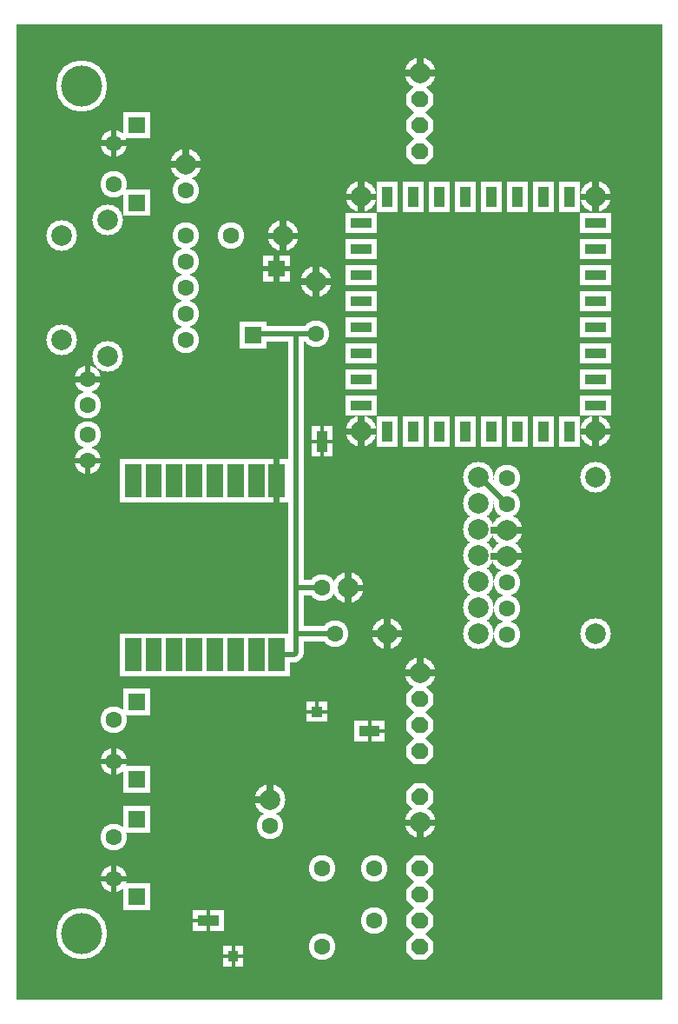
<source format=gbr>
%FSLAX34Y34*%
%MOMM*%
%LNSILK_TOP*%
G71*
G01*
%ADD10C, 2.60*%
%ADD11C, 2.60*%
%ADD12C, 2.60*%
%ADD13C, 2.60*%
%ADD14C, 3.00*%
%ADD15C, 5.00*%
%ADD16C, 1.50*%
%ADD17C, 3.00*%
%ADD18C, 0.53*%
%ADD19C, 0.33*%
%ADD20C, 0.67*%
%ADD21C, 1.60*%
%ADD22C, 1.60*%
%ADD23C, 1.60*%
%ADD24C, 1.60*%
%ADD25C, 2.00*%
%ADD26C, 4.00*%
%ADD27C, 0.50*%
%ADD28C, 2.00*%
%LPD*%
G36*
X0Y1000000D02*
X630000Y1000000D01*
X630000Y50000D01*
X0Y50000D01*
X0Y1000000D01*
G37*
%LPC*%
G36*
X101300Y576625D02*
X127300Y576625D01*
X127300Y534625D01*
X101300Y534625D01*
X101300Y576625D01*
G37*
G36*
X121144Y576625D02*
X147144Y576625D01*
X147144Y534625D01*
X121144Y534625D01*
X121144Y576625D01*
G37*
G36*
X140988Y576625D02*
X166988Y576625D01*
X166988Y534625D01*
X140988Y534625D01*
X140988Y576625D01*
G37*
G36*
X160831Y576625D02*
X186831Y576625D01*
X186831Y534625D01*
X160831Y534625D01*
X160831Y576625D01*
G37*
G36*
X180675Y576625D02*
X206675Y576625D01*
X206675Y534625D01*
X180675Y534625D01*
X180675Y576625D01*
G37*
G36*
X201312Y576625D02*
X227312Y576625D01*
X227312Y534625D01*
X201312Y534625D01*
X201312Y576625D01*
G37*
G36*
X221156Y576625D02*
X247156Y576625D01*
X247156Y534625D01*
X221156Y534625D01*
X221156Y576625D01*
G37*
G36*
X241000Y576625D02*
X267000Y576625D01*
X267000Y534625D01*
X241000Y534625D01*
X241000Y576625D01*
G37*
G36*
X101300Y406762D02*
X127300Y406762D01*
X127300Y364762D01*
X101300Y364762D01*
X101300Y406762D01*
G37*
G36*
X121144Y406762D02*
X147144Y406762D01*
X147144Y364762D01*
X121144Y364762D01*
X121144Y406762D01*
G37*
G36*
X140988Y406762D02*
X166988Y406762D01*
X166988Y364762D01*
X140988Y364762D01*
X140988Y406762D01*
G37*
G36*
X160831Y406762D02*
X186831Y406762D01*
X186831Y364762D01*
X160831Y364762D01*
X160831Y406762D01*
G37*
G36*
X180675Y406762D02*
X206675Y406762D01*
X206675Y364762D01*
X180675Y364762D01*
X180675Y406762D01*
G37*
G36*
X201312Y406762D02*
X227312Y406762D01*
X227312Y364762D01*
X201312Y364762D01*
X201312Y406762D01*
G37*
G36*
X221156Y406762D02*
X247156Y406762D01*
X247156Y364762D01*
X221156Y364762D01*
X221156Y406762D01*
G37*
G36*
X241000Y406762D02*
X267000Y406762D01*
X267000Y364762D01*
X241000Y364762D01*
X241000Y406762D01*
G37*
G36*
X104475Y352725D02*
X130475Y352725D01*
X130475Y326725D01*
X104475Y326725D01*
X104475Y352725D01*
G37*
G36*
X104475Y277319D02*
X130475Y277319D01*
X130475Y251319D01*
X104475Y251319D01*
X104475Y277319D01*
G37*
X95250Y281781D02*
G54D10*
D03*
X95250Y322262D02*
G54D10*
D03*
G36*
X104475Y238425D02*
X130475Y238425D01*
X130475Y212425D01*
X104475Y212425D01*
X104475Y238425D01*
G37*
G36*
X104475Y163019D02*
X130475Y163019D01*
X130475Y137019D01*
X104475Y137019D01*
X104475Y163019D01*
G37*
X95250Y167481D02*
G54D10*
D03*
X95250Y207962D02*
G54D10*
D03*
G36*
X104475Y914700D02*
X130475Y914700D01*
X130475Y888700D01*
X104475Y888700D01*
X104475Y914700D01*
G37*
G36*
X104475Y839294D02*
X130475Y839294D01*
X130475Y813294D01*
X104475Y813294D01*
X104475Y839294D01*
G37*
X95250Y843756D02*
G54D10*
D03*
X95250Y884238D02*
G54D10*
D03*
X165100Y793750D02*
G54D11*
D03*
X165100Y768350D02*
G54D11*
D03*
X165100Y742950D02*
G54D11*
D03*
X165100Y717550D02*
G54D11*
D03*
X165100Y692150D02*
G54D11*
D03*
X95245Y167485D02*
G54D10*
D03*
X95245Y281785D02*
G54D10*
D03*
X95245Y884240D02*
G54D10*
D03*
X478532Y558267D02*
G54D12*
D03*
X478532Y532867D02*
G54D12*
D03*
X478532Y507467D02*
G54D12*
D03*
X478532Y482067D02*
G54D12*
D03*
X478532Y456667D02*
G54D12*
D03*
X478532Y431267D02*
G54D12*
D03*
X478532Y405867D02*
G54D12*
D03*
G36*
X406700Y947105D02*
X399095Y939500D01*
X388305Y939500D01*
X380700Y947105D01*
X380700Y957895D01*
X388305Y965500D01*
X399095Y965500D01*
X406700Y957895D01*
X406700Y947105D01*
G37*
G36*
X406700Y921705D02*
X399095Y914100D01*
X388305Y914100D01*
X380700Y921705D01*
X380700Y932495D01*
X388305Y940100D01*
X399095Y940100D01*
X406700Y932495D01*
X406700Y921705D01*
G37*
G36*
X406700Y896305D02*
X399095Y888700D01*
X388305Y888700D01*
X380700Y896305D01*
X380700Y907095D01*
X388305Y914700D01*
X399095Y914700D01*
X406700Y907095D01*
X406700Y896305D01*
G37*
G36*
X406700Y870905D02*
X399095Y863300D01*
X388305Y863300D01*
X380700Y870905D01*
X380700Y881695D01*
X388305Y889300D01*
X399095Y889300D01*
X406700Y881695D01*
X406700Y870905D01*
G37*
G36*
X406700Y172405D02*
X399095Y164800D01*
X388305Y164800D01*
X380700Y172405D01*
X380700Y183195D01*
X388305Y190800D01*
X399095Y190800D01*
X406700Y183195D01*
X406700Y172405D01*
G37*
G36*
X406700Y147005D02*
X399095Y139400D01*
X388305Y139400D01*
X380700Y147005D01*
X380700Y157795D01*
X388305Y165400D01*
X399095Y165400D01*
X406700Y157795D01*
X406700Y147005D01*
G37*
G36*
X406700Y121605D02*
X399095Y114000D01*
X388305Y114000D01*
X380700Y121605D01*
X380700Y132395D01*
X388305Y140000D01*
X399095Y140000D01*
X406700Y132395D01*
X406700Y121605D01*
G37*
G36*
X406700Y96205D02*
X399095Y88600D01*
X388305Y88600D01*
X380700Y96205D01*
X380700Y106995D01*
X388305Y114600D01*
X399095Y114600D01*
X406700Y106995D01*
X406700Y96205D01*
G37*
G36*
X406700Y242255D02*
X399095Y234650D01*
X388305Y234650D01*
X380700Y242255D01*
X380700Y253045D01*
X388305Y260650D01*
X399095Y260650D01*
X406700Y253045D01*
X406700Y242255D01*
G37*
G36*
X406700Y216855D02*
X399095Y209250D01*
X388305Y209250D01*
X380700Y216855D01*
X380700Y227645D01*
X388305Y235250D01*
X399095Y235250D01*
X406700Y227645D01*
X406700Y216855D01*
G37*
X165100Y863600D02*
G54D13*
D03*
X165100Y838200D02*
G54D13*
D03*
X260350Y793750D02*
G54D12*
D03*
X209550Y793750D02*
G54D12*
D03*
X323850Y450850D02*
G54D13*
D03*
X298450Y450850D02*
G54D13*
D03*
X361950Y406400D02*
G54D12*
D03*
X311150Y406400D02*
G54D12*
D03*
X298450Y101600D02*
G54D13*
D03*
X349250Y127000D02*
G54D13*
D03*
X349250Y177800D02*
G54D13*
D03*
X298450Y177800D02*
G54D13*
D03*
X69850Y628650D02*
G54D11*
D03*
X69850Y654050D02*
G54D11*
D03*
X69850Y600075D02*
G54D11*
D03*
X69850Y574675D02*
G54D11*
D03*
G36*
X241000Y576630D02*
X267000Y576630D01*
X267000Y534630D01*
X241000Y534630D01*
X241000Y576630D01*
G37*
G36*
X288450Y608725D02*
X308450Y608725D01*
X308450Y578725D01*
X288450Y578725D01*
X288450Y608725D01*
G37*
X69850Y654050D02*
G54D13*
D03*
X69850Y574675D02*
G54D11*
D03*
G36*
X241000Y775000D02*
X267000Y775000D01*
X267000Y749000D01*
X241000Y749000D01*
X241000Y775000D01*
G37*
X361950Y406400D02*
G54D14*
D03*
X165095Y863600D02*
G54D14*
D03*
X260350Y793750D02*
G54D14*
D03*
X323855Y450855D02*
G54D14*
D03*
X88900Y809625D02*
G54D14*
D03*
X88900Y676275D02*
G54D14*
D03*
X44425Y793750D02*
G54D14*
D03*
X44450Y692150D02*
G54D14*
D03*
X478532Y507467D02*
G54D14*
D03*
X478532Y482067D02*
G54D14*
D03*
G36*
X221604Y82389D02*
X201604Y82389D01*
X201604Y102389D01*
X221604Y102389D01*
X221604Y82389D01*
G37*
G36*
X283498Y320476D02*
X283498Y340476D01*
X303498Y340476D01*
X303498Y320476D01*
X283498Y320476D01*
G37*
X63500Y939800D02*
G54D15*
D03*
G36*
X406700Y362905D02*
X399095Y355300D01*
X388305Y355300D01*
X380700Y362905D01*
X380700Y373695D01*
X388305Y381300D01*
X399095Y381300D01*
X406700Y373695D01*
X406700Y362905D01*
G37*
G36*
X406700Y337505D02*
X399095Y329900D01*
X388305Y329900D01*
X380700Y337505D01*
X380700Y348295D01*
X388305Y355900D01*
X399095Y355900D01*
X406700Y348295D01*
X406700Y337505D01*
G37*
G36*
X406700Y312105D02*
X399095Y304500D01*
X388305Y304500D01*
X380700Y312105D01*
X380700Y322895D01*
X388305Y330500D01*
X399095Y330500D01*
X406700Y322895D01*
X406700Y312105D01*
G37*
G36*
X406700Y286705D02*
X399095Y279100D01*
X388305Y279100D01*
X380700Y286705D01*
X380700Y297495D01*
X388305Y305100D01*
X399095Y305100D01*
X406700Y297495D01*
X406700Y286705D01*
G37*
X336550Y831850D02*
G54D14*
D03*
X565150Y831850D02*
G54D14*
D03*
X565150Y603250D02*
G54D14*
D03*
X336550Y603250D02*
G54D14*
D03*
X292100Y749300D02*
G54D12*
D03*
X292100Y698500D02*
G54D12*
D03*
G54D16*
X298450Y450850D02*
X273050Y450850D01*
X292100Y749300D02*
G54D14*
D03*
X450850Y558800D02*
G54D14*
D03*
X450850Y533400D02*
G54D14*
D03*
X450850Y508000D02*
G54D14*
D03*
X450850Y482600D02*
G54D14*
D03*
X450850Y457200D02*
G54D14*
D03*
X450850Y431800D02*
G54D14*
D03*
X450850Y406400D02*
G54D14*
D03*
G54D16*
X450850Y558800D02*
X452599Y558800D01*
X478532Y532867D01*
G36*
X321550Y816450D02*
X351550Y816450D01*
X351550Y796450D01*
X321550Y796450D01*
X321550Y816450D01*
G37*
G36*
X321550Y791050D02*
X351550Y791050D01*
X351550Y771050D01*
X321550Y771050D01*
X321550Y791050D01*
G37*
G36*
X321550Y765650D02*
X351550Y765650D01*
X351550Y745650D01*
X321550Y745650D01*
X321550Y765650D01*
G37*
G36*
X321550Y740250D02*
X351550Y740250D01*
X351550Y720250D01*
X321550Y720250D01*
X321550Y740250D01*
G37*
G36*
X321550Y714850D02*
X351550Y714850D01*
X351550Y694850D01*
X321550Y694850D01*
X321550Y714850D01*
G37*
G36*
X321550Y689450D02*
X351550Y689450D01*
X351550Y669450D01*
X321550Y669450D01*
X321550Y689450D01*
G37*
G36*
X321550Y664050D02*
X351550Y664050D01*
X351550Y644050D01*
X321550Y644050D01*
X321550Y664050D01*
G37*
G36*
X321550Y638650D02*
X351550Y638650D01*
X351550Y618650D01*
X321550Y618650D01*
X321550Y638650D01*
G37*
G36*
X550150Y816450D02*
X580150Y816450D01*
X580150Y796450D01*
X550150Y796450D01*
X550150Y816450D01*
G37*
G36*
X550150Y791050D02*
X580150Y791050D01*
X580150Y771050D01*
X550150Y771050D01*
X550150Y791050D01*
G37*
G36*
X550150Y765650D02*
X580150Y765650D01*
X580150Y745650D01*
X550150Y745650D01*
X550150Y765650D01*
G37*
G36*
X550150Y740250D02*
X580150Y740250D01*
X580150Y720250D01*
X550150Y720250D01*
X550150Y740250D01*
G37*
G36*
X550150Y714850D02*
X580150Y714850D01*
X580150Y694850D01*
X550150Y694850D01*
X550150Y714850D01*
G37*
G36*
X550150Y689450D02*
X580150Y689450D01*
X580150Y669450D01*
X550150Y669450D01*
X550150Y689450D01*
G37*
G36*
X550150Y664050D02*
X580150Y664050D01*
X580150Y644050D01*
X550150Y644050D01*
X550150Y664050D01*
G37*
G36*
X550150Y638650D02*
X580150Y638650D01*
X580150Y618650D01*
X550150Y618650D01*
X550150Y638650D01*
G37*
G36*
X351950Y618250D02*
X371950Y618250D01*
X371950Y588250D01*
X351950Y588250D01*
X351950Y618250D01*
G37*
G36*
X377350Y618250D02*
X397350Y618250D01*
X397350Y588250D01*
X377350Y588250D01*
X377350Y618250D01*
G37*
G36*
X402750Y618250D02*
X422750Y618250D01*
X422750Y588250D01*
X402750Y588250D01*
X402750Y618250D01*
G37*
G36*
X428150Y618250D02*
X448150Y618250D01*
X448150Y588250D01*
X428150Y588250D01*
X428150Y618250D01*
G37*
G36*
X453550Y618250D02*
X473550Y618250D01*
X473550Y588250D01*
X453550Y588250D01*
X453550Y618250D01*
G37*
G36*
X478950Y618250D02*
X498950Y618250D01*
X498950Y588250D01*
X478950Y588250D01*
X478950Y618250D01*
G37*
G36*
X504350Y618250D02*
X524350Y618250D01*
X524350Y588250D01*
X504350Y588250D01*
X504350Y618250D01*
G37*
G36*
X529750Y618250D02*
X549750Y618250D01*
X549750Y588250D01*
X529750Y588250D01*
X529750Y618250D01*
G37*
G36*
X351950Y846850D02*
X371950Y846850D01*
X371950Y816850D01*
X351950Y816850D01*
X351950Y846850D01*
G37*
G36*
X377350Y846850D02*
X397350Y846850D01*
X397350Y816850D01*
X377350Y816850D01*
X377350Y846850D01*
G37*
G36*
X402750Y846850D02*
X422750Y846850D01*
X422750Y816850D01*
X402750Y816850D01*
X402750Y846850D01*
G37*
G36*
X428150Y846850D02*
X448150Y846850D01*
X448150Y816850D01*
X428150Y816850D01*
X428150Y846850D01*
G37*
G36*
X453550Y846850D02*
X473550Y846850D01*
X473550Y816850D01*
X453550Y816850D01*
X453550Y846850D01*
G37*
G36*
X478950Y846850D02*
X498950Y846850D01*
X498950Y816850D01*
X478950Y816850D01*
X478950Y846850D01*
G37*
G36*
X504350Y846850D02*
X524350Y846850D01*
X524350Y816850D01*
X504350Y816850D01*
X504350Y846850D01*
G37*
G36*
X529750Y846850D02*
X549750Y846850D01*
X549750Y816850D01*
X529750Y816850D01*
X529750Y846850D01*
G37*
X393700Y952500D02*
G54D14*
D03*
X393700Y368300D02*
G54D14*
D03*
G36*
X329535Y321640D02*
X359535Y321640D01*
X359535Y301640D01*
X329535Y301640D01*
X329535Y321640D01*
G37*
X393700Y222250D02*
G54D17*
D03*
G36*
X172325Y137000D02*
X202325Y137000D01*
X202325Y117000D01*
X172325Y117000D01*
X172325Y137000D01*
G37*
G54D16*
X254000Y385762D02*
X271462Y385762D01*
X273050Y387350D01*
X273050Y698500D01*
X235675Y698500D01*
G54D16*
X311150Y406400D02*
X273050Y406400D01*
X63500Y114300D02*
G54D15*
D03*
X247650Y244475D02*
G54D13*
D03*
X247650Y219075D02*
G54D13*
D03*
X247650Y244475D02*
G54D14*
D03*
G36*
X218000Y710000D02*
X244000Y710000D01*
X244000Y684000D01*
X218000Y684000D01*
X218000Y710000D01*
G37*
G54D16*
X292100Y698500D02*
X273050Y698500D01*
X565150Y558800D02*
G54D17*
D03*
X565150Y406400D02*
G54D17*
D03*
%LPD*%
G54D18*
G36*
X92578Y167485D02*
X92578Y180985D01*
X97912Y180985D01*
X97912Y167485D01*
X92578Y167485D01*
G37*
G36*
X95245Y170152D02*
X108745Y170152D01*
X108745Y164818D01*
X95245Y164818D01*
X95245Y170152D01*
G37*
G36*
X97912Y167485D02*
X97912Y153985D01*
X92578Y153985D01*
X92578Y167485D01*
X97912Y167485D01*
G37*
G36*
X95245Y164818D02*
X81745Y164818D01*
X81745Y170152D01*
X95245Y170152D01*
X95245Y164818D01*
G37*
G54D18*
G36*
X92578Y281785D02*
X92578Y295285D01*
X97912Y295285D01*
X97912Y281785D01*
X92578Y281785D01*
G37*
G36*
X95245Y284452D02*
X108745Y284452D01*
X108745Y279118D01*
X95245Y279118D01*
X95245Y284452D01*
G37*
G36*
X97912Y281785D02*
X97912Y268285D01*
X92578Y268285D01*
X92578Y281785D01*
X97912Y281785D01*
G37*
G36*
X95245Y279118D02*
X81745Y279118D01*
X81745Y284452D01*
X95245Y284452D01*
X95245Y279118D01*
G37*
G54D18*
G36*
X92578Y884240D02*
X92578Y897740D01*
X97912Y897740D01*
X97912Y884240D01*
X92578Y884240D01*
G37*
G36*
X95245Y886907D02*
X108745Y886907D01*
X108745Y881573D01*
X95245Y881573D01*
X95245Y886907D01*
G37*
G36*
X97912Y884240D02*
X97912Y870740D01*
X92578Y870740D01*
X92578Y884240D01*
X97912Y884240D01*
G37*
G36*
X95245Y881573D02*
X81745Y881573D01*
X81745Y886907D01*
X95245Y886907D01*
X95245Y881573D01*
G37*
G54D18*
G36*
X251333Y555630D02*
X251333Y577130D01*
X256667Y577130D01*
X256667Y555630D01*
X251333Y555630D01*
G37*
G36*
X256667Y555630D02*
X256667Y534130D01*
X251333Y534130D01*
X251333Y555630D01*
X256667Y555630D01*
G37*
G54D19*
G36*
X296783Y593725D02*
X296783Y609225D01*
X300117Y609225D01*
X300117Y593725D01*
X296783Y593725D01*
G37*
G36*
X298450Y595392D02*
X308950Y595392D01*
X308950Y592058D01*
X298450Y592058D01*
X298450Y595392D01*
G37*
G36*
X300117Y593725D02*
X300117Y578225D01*
X296783Y578225D01*
X296783Y593725D01*
X300117Y593725D01*
G37*
G36*
X298450Y592058D02*
X287950Y592058D01*
X287950Y595392D01*
X298450Y595392D01*
X298450Y592058D01*
G37*
G54D18*
G36*
X67183Y654050D02*
X67183Y667550D01*
X72517Y667550D01*
X72517Y654050D01*
X67183Y654050D01*
G37*
G36*
X69850Y656717D02*
X83350Y656717D01*
X83350Y651383D01*
X69850Y651383D01*
X69850Y656717D01*
G37*
G36*
X69850Y651383D02*
X56350Y651383D01*
X56350Y656717D01*
X69850Y656717D01*
X69850Y651383D01*
G37*
G54D18*
G36*
X69850Y577342D02*
X83350Y577342D01*
X83350Y572008D01*
X69850Y572008D01*
X69850Y577342D01*
G37*
G36*
X72517Y574675D02*
X72517Y561175D01*
X67183Y561175D01*
X67183Y574675D01*
X72517Y574675D01*
G37*
G36*
X69850Y572008D02*
X56350Y572008D01*
X56350Y577342D01*
X69850Y577342D01*
X69850Y572008D01*
G37*
G54D18*
G36*
X251333Y762000D02*
X251333Y775500D01*
X256667Y775500D01*
X256667Y762000D01*
X251333Y762000D01*
G37*
G36*
X254000Y764667D02*
X267500Y764667D01*
X267500Y759333D01*
X254000Y759333D01*
X254000Y764667D01*
G37*
G36*
X256667Y762000D02*
X256667Y748500D01*
X251333Y748500D01*
X251333Y762000D01*
X256667Y762000D01*
G37*
G36*
X254000Y759333D02*
X240500Y759333D01*
X240500Y764667D01*
X254000Y764667D01*
X254000Y759333D01*
G37*
G54D20*
G36*
X361950Y403067D02*
X346450Y403067D01*
X346450Y409733D01*
X361950Y409733D01*
X361950Y403067D01*
G37*
G36*
X358617Y406400D02*
X358617Y421900D01*
X365283Y421900D01*
X365283Y406400D01*
X358617Y406400D01*
G37*
G36*
X361950Y409733D02*
X377450Y409733D01*
X377450Y403067D01*
X361950Y403067D01*
X361950Y409733D01*
G37*
G36*
X365283Y406400D02*
X365283Y390900D01*
X358617Y390900D01*
X358617Y406400D01*
X365283Y406400D01*
G37*
G54D20*
G36*
X161762Y863600D02*
X161762Y879100D01*
X168428Y879100D01*
X168428Y863600D01*
X161762Y863600D01*
G37*
G36*
X165095Y866933D02*
X180595Y866933D01*
X180595Y860267D01*
X165095Y860267D01*
X165095Y866933D01*
G37*
G36*
X165095Y860267D02*
X149595Y860267D01*
X149595Y866933D01*
X165095Y866933D01*
X165095Y860267D01*
G37*
G54D20*
G36*
X260350Y797083D02*
X275850Y797083D01*
X275850Y790417D01*
X260350Y790417D01*
X260350Y797083D01*
G37*
G36*
X263683Y793750D02*
X263683Y778250D01*
X257017Y778250D01*
X257017Y793750D01*
X263683Y793750D01*
G37*
G36*
X260350Y790417D02*
X244850Y790417D01*
X244850Y797083D01*
X260350Y797083D01*
X260350Y790417D01*
G37*
G36*
X257017Y793750D02*
X257017Y809250D01*
X263683Y809250D01*
X263683Y793750D01*
X257017Y793750D01*
G37*
G54D20*
G36*
X320522Y450855D02*
X320522Y466355D01*
X327188Y466355D01*
X327188Y450855D01*
X320522Y450855D01*
G37*
G36*
X323855Y454188D02*
X339355Y454188D01*
X339355Y447522D01*
X323855Y447522D01*
X323855Y454188D01*
G37*
G36*
X327188Y450855D02*
X327188Y435355D01*
X320522Y435355D01*
X320522Y450855D01*
X327188Y450855D01*
G37*
G54D20*
G36*
X478532Y504134D02*
X463032Y504134D01*
X463032Y510800D01*
X478532Y510800D01*
X478532Y504134D01*
G37*
G36*
X478532Y510800D02*
X494032Y510800D01*
X494032Y504134D01*
X478532Y504134D01*
X478532Y510800D01*
G37*
G54D20*
G36*
X478532Y478734D02*
X463032Y478734D01*
X463032Y485400D01*
X478532Y485400D01*
X478532Y478734D01*
G37*
G36*
X478532Y485400D02*
X494032Y485400D01*
X494032Y478734D01*
X478532Y478734D01*
X478532Y485400D01*
G37*
G54D19*
G36*
X213271Y92389D02*
X213271Y81889D01*
X209938Y81889D01*
X209938Y92389D01*
X213271Y92389D01*
G37*
G36*
X211604Y90723D02*
X201104Y90723D01*
X201104Y94056D01*
X211604Y94056D01*
X211604Y90723D01*
G37*
G36*
X209938Y92389D02*
X209938Y102889D01*
X213271Y102889D01*
X213271Y92389D01*
X209938Y92389D01*
G37*
G36*
X211604Y94056D02*
X222104Y94056D01*
X222104Y90723D01*
X211604Y90723D01*
X211604Y94056D01*
G37*
G54D19*
G36*
X293498Y328809D02*
X282998Y328809D01*
X282998Y332143D01*
X293498Y332143D01*
X293498Y328809D01*
G37*
G36*
X291832Y330476D02*
X291832Y340976D01*
X295165Y340976D01*
X295165Y330476D01*
X291832Y330476D01*
G37*
G36*
X293498Y332143D02*
X303998Y332143D01*
X303998Y328809D01*
X293498Y328809D01*
X293498Y332143D01*
G37*
G54D20*
G36*
X333217Y831850D02*
X333217Y847350D01*
X339883Y847350D01*
X339883Y831850D01*
X333217Y831850D01*
G37*
G36*
X336550Y835183D02*
X352050Y835183D01*
X352050Y828517D01*
X336550Y828517D01*
X336550Y835183D01*
G37*
G36*
X339883Y831850D02*
X339883Y816350D01*
X333217Y816350D01*
X333217Y831850D01*
X339883Y831850D01*
G37*
G36*
X336550Y828517D02*
X321050Y828517D01*
X321050Y835183D01*
X336550Y835183D01*
X336550Y828517D01*
G37*
G54D20*
G36*
X561817Y831850D02*
X561817Y847350D01*
X568483Y847350D01*
X568483Y831850D01*
X561817Y831850D01*
G37*
G36*
X565150Y835183D02*
X580650Y835183D01*
X580650Y828517D01*
X565150Y828517D01*
X565150Y835183D01*
G37*
G36*
X568483Y831850D02*
X568483Y816350D01*
X561817Y816350D01*
X561817Y831850D01*
X568483Y831850D01*
G37*
G36*
X565150Y828517D02*
X549650Y828517D01*
X549650Y835183D01*
X565150Y835183D01*
X565150Y828517D01*
G37*
G54D20*
G36*
X561817Y603250D02*
X561817Y618750D01*
X568483Y618750D01*
X568483Y603250D01*
X561817Y603250D01*
G37*
G36*
X565150Y606583D02*
X580650Y606583D01*
X580650Y599917D01*
X565150Y599917D01*
X565150Y606583D01*
G37*
G36*
X568483Y603250D02*
X568483Y587750D01*
X561817Y587750D01*
X561817Y603250D01*
X568483Y603250D01*
G37*
G36*
X565150Y599917D02*
X549650Y599917D01*
X549650Y606583D01*
X565150Y606583D01*
X565150Y599917D01*
G37*
G54D20*
G36*
X333217Y603250D02*
X333217Y618750D01*
X339883Y618750D01*
X339883Y603250D01*
X333217Y603250D01*
G37*
G36*
X336550Y606583D02*
X352050Y606583D01*
X352050Y599917D01*
X336550Y599917D01*
X336550Y606583D01*
G37*
G36*
X339883Y603250D02*
X339883Y587750D01*
X333217Y587750D01*
X333217Y603250D01*
X339883Y603250D01*
G37*
G36*
X336550Y599917D02*
X321050Y599917D01*
X321050Y606583D01*
X336550Y606583D01*
X336550Y599917D01*
G37*
G54D20*
G36*
X288767Y749300D02*
X288767Y764800D01*
X295433Y764800D01*
X295433Y749300D01*
X288767Y749300D01*
G37*
G36*
X292100Y752633D02*
X307600Y752633D01*
X307600Y745967D01*
X292100Y745967D01*
X292100Y752633D01*
G37*
G36*
X295433Y749300D02*
X295433Y733800D01*
X288767Y733800D01*
X288767Y749300D01*
X295433Y749300D01*
G37*
G36*
X292100Y745967D02*
X276600Y745967D01*
X276600Y752633D01*
X292100Y752633D01*
X292100Y745967D01*
G37*
G54D20*
G36*
X390367Y952500D02*
X390367Y968000D01*
X397033Y968000D01*
X397033Y952500D01*
X390367Y952500D01*
G37*
G36*
X393700Y955833D02*
X409200Y955833D01*
X409200Y949167D01*
X393700Y949167D01*
X393700Y955833D01*
G37*
G36*
X393700Y949167D02*
X378200Y949167D01*
X378200Y955833D01*
X393700Y955833D01*
X393700Y949167D01*
G37*
G54D20*
G36*
X390367Y368300D02*
X390367Y383800D01*
X397033Y383800D01*
X397033Y368300D01*
X390367Y368300D01*
G37*
G36*
X393700Y371633D02*
X409200Y371633D01*
X409200Y364967D01*
X393700Y364967D01*
X393700Y371633D01*
G37*
G36*
X393700Y364967D02*
X378200Y364967D01*
X378200Y371633D01*
X393700Y371633D01*
X393700Y364967D01*
G37*
G54D19*
G36*
X342868Y311640D02*
X342868Y322140D01*
X346202Y322140D01*
X346202Y311640D01*
X342868Y311640D01*
G37*
G36*
X344535Y313307D02*
X360035Y313307D01*
X360035Y309973D01*
X344535Y309973D01*
X344535Y313307D01*
G37*
G36*
X346202Y311640D02*
X346202Y301140D01*
X342868Y301140D01*
X342868Y311640D01*
X346202Y311640D01*
G37*
G54D20*
G36*
X393700Y225583D02*
X409200Y225583D01*
X409200Y218917D01*
X393700Y218917D01*
X393700Y225583D01*
G37*
G36*
X397033Y222250D02*
X397033Y206750D01*
X390367Y206750D01*
X390367Y222250D01*
X397033Y222250D01*
G37*
G36*
X393700Y218917D02*
X378200Y218917D01*
X378200Y225583D01*
X393700Y225583D01*
X393700Y218917D01*
G37*
G54D19*
G36*
X185658Y127000D02*
X185658Y137500D01*
X188992Y137500D01*
X188992Y127000D01*
X185658Y127000D01*
G37*
G36*
X188992Y127000D02*
X188992Y116500D01*
X185658Y116500D01*
X185658Y127000D01*
X188992Y127000D01*
G37*
G36*
X187325Y125333D02*
X171825Y125333D01*
X171825Y128667D01*
X187325Y128667D01*
X187325Y125333D01*
G37*
G54D20*
G36*
X247650Y241142D02*
X232150Y241142D01*
X232150Y247808D01*
X247650Y247808D01*
X247650Y241142D01*
G37*
G36*
X244317Y244475D02*
X244317Y259975D01*
X250983Y259975D01*
X250983Y244475D01*
X244317Y244475D01*
G37*
G36*
X106300Y571625D02*
X122300Y571625D01*
X122300Y539625D01*
X106300Y539625D01*
X106300Y571625D01*
G37*
G36*
X126144Y571625D02*
X142144Y571625D01*
X142144Y539625D01*
X126144Y539625D01*
X126144Y571625D01*
G37*
G36*
X145988Y571625D02*
X161988Y571625D01*
X161988Y539625D01*
X145988Y539625D01*
X145988Y571625D01*
G37*
G36*
X165831Y571625D02*
X181831Y571625D01*
X181831Y539625D01*
X165831Y539625D01*
X165831Y571625D01*
G37*
G36*
X185675Y571625D02*
X201675Y571625D01*
X201675Y539625D01*
X185675Y539625D01*
X185675Y571625D01*
G37*
G36*
X206312Y571625D02*
X222312Y571625D01*
X222312Y539625D01*
X206312Y539625D01*
X206312Y571625D01*
G37*
G36*
X226156Y571625D02*
X242156Y571625D01*
X242156Y539625D01*
X226156Y539625D01*
X226156Y571625D01*
G37*
G36*
X246000Y571625D02*
X262000Y571625D01*
X262000Y539625D01*
X246000Y539625D01*
X246000Y571625D01*
G37*
G36*
X106300Y401762D02*
X122300Y401762D01*
X122300Y369762D01*
X106300Y369762D01*
X106300Y401762D01*
G37*
G36*
X126144Y401762D02*
X142144Y401762D01*
X142144Y369762D01*
X126144Y369762D01*
X126144Y401762D01*
G37*
G36*
X145988Y401762D02*
X161988Y401762D01*
X161988Y369762D01*
X145988Y369762D01*
X145988Y401762D01*
G37*
G36*
X165831Y401762D02*
X181831Y401762D01*
X181831Y369762D01*
X165831Y369762D01*
X165831Y401762D01*
G37*
G36*
X185675Y401762D02*
X201675Y401762D01*
X201675Y369762D01*
X185675Y369762D01*
X185675Y401762D01*
G37*
G36*
X206312Y401762D02*
X222312Y401762D01*
X222312Y369762D01*
X206312Y369762D01*
X206312Y401762D01*
G37*
G36*
X226156Y401762D02*
X242156Y401762D01*
X242156Y369762D01*
X226156Y369762D01*
X226156Y401762D01*
G37*
G36*
X246000Y401762D02*
X262000Y401762D01*
X262000Y369762D01*
X246000Y369762D01*
X246000Y401762D01*
G37*
G36*
X109475Y347725D02*
X125475Y347725D01*
X125475Y331725D01*
X109475Y331725D01*
X109475Y347725D01*
G37*
G36*
X109475Y272319D02*
X125475Y272319D01*
X125475Y256319D01*
X109475Y256319D01*
X109475Y272319D01*
G37*
X95250Y281781D02*
G54D21*
D03*
X95250Y322262D02*
G54D21*
D03*
G36*
X109475Y233425D02*
X125475Y233425D01*
X125475Y217425D01*
X109475Y217425D01*
X109475Y233425D01*
G37*
G36*
X109475Y158019D02*
X125475Y158019D01*
X125475Y142019D01*
X109475Y142019D01*
X109475Y158019D01*
G37*
X95250Y167481D02*
G54D21*
D03*
X95250Y207962D02*
G54D21*
D03*
G36*
X109475Y909700D02*
X125475Y909700D01*
X125475Y893700D01*
X109475Y893700D01*
X109475Y909700D01*
G37*
G36*
X109475Y834294D02*
X125475Y834294D01*
X125475Y818294D01*
X109475Y818294D01*
X109475Y834294D01*
G37*
X95250Y843756D02*
G54D21*
D03*
X95250Y884238D02*
G54D21*
D03*
X165100Y793750D02*
G54D22*
D03*
X165100Y768350D02*
G54D22*
D03*
X165100Y742950D02*
G54D22*
D03*
X165100Y717550D02*
G54D22*
D03*
X165100Y692150D02*
G54D22*
D03*
X95245Y167485D02*
G54D21*
D03*
X95245Y281785D02*
G54D21*
D03*
X95245Y884240D02*
G54D21*
D03*
X478532Y558267D02*
G54D23*
D03*
X478532Y532867D02*
G54D23*
D03*
X478532Y507467D02*
G54D23*
D03*
X478532Y482067D02*
G54D23*
D03*
X478532Y456667D02*
G54D23*
D03*
X478532Y431267D02*
G54D23*
D03*
X478532Y405867D02*
G54D23*
D03*
G36*
X401700Y949180D02*
X397020Y944500D01*
X390380Y944500D01*
X385700Y949180D01*
X385700Y955820D01*
X390380Y960500D01*
X397020Y960500D01*
X401700Y955820D01*
X401700Y949180D01*
G37*
G36*
X401700Y923780D02*
X397020Y919100D01*
X390380Y919100D01*
X385700Y923780D01*
X385700Y930420D01*
X390380Y935100D01*
X397020Y935100D01*
X401700Y930420D01*
X401700Y923780D01*
G37*
G36*
X401700Y898380D02*
X397020Y893700D01*
X390380Y893700D01*
X385700Y898380D01*
X385700Y905020D01*
X390380Y909700D01*
X397020Y909700D01*
X401700Y905020D01*
X401700Y898380D01*
G37*
G36*
X401700Y872980D02*
X397020Y868300D01*
X390380Y868300D01*
X385700Y872980D01*
X385700Y879620D01*
X390380Y884300D01*
X397020Y884300D01*
X401700Y879620D01*
X401700Y872980D01*
G37*
G36*
X401700Y174480D02*
X397020Y169800D01*
X390380Y169800D01*
X385700Y174480D01*
X385700Y181120D01*
X390380Y185800D01*
X397020Y185800D01*
X401700Y181120D01*
X401700Y174480D01*
G37*
G36*
X401700Y149080D02*
X397020Y144400D01*
X390380Y144400D01*
X385700Y149080D01*
X385700Y155720D01*
X390380Y160400D01*
X397020Y160400D01*
X401700Y155720D01*
X401700Y149080D01*
G37*
G36*
X401700Y123680D02*
X397020Y119000D01*
X390380Y119000D01*
X385700Y123680D01*
X385700Y130320D01*
X390380Y135000D01*
X397020Y135000D01*
X401700Y130320D01*
X401700Y123680D01*
G37*
G36*
X401700Y98280D02*
X397020Y93600D01*
X390380Y93600D01*
X385700Y98280D01*
X385700Y104920D01*
X390380Y109600D01*
X397020Y109600D01*
X401700Y104920D01*
X401700Y98280D01*
G37*
G36*
X401700Y244330D02*
X397020Y239650D01*
X390380Y239650D01*
X385700Y244330D01*
X385700Y250970D01*
X390380Y255650D01*
X397020Y255650D01*
X401700Y250970D01*
X401700Y244330D01*
G37*
G36*
X401700Y218930D02*
X397020Y214250D01*
X390380Y214250D01*
X385700Y218930D01*
X385700Y225570D01*
X390380Y230250D01*
X397020Y230250D01*
X401700Y225570D01*
X401700Y218930D01*
G37*
X165100Y863600D02*
G54D24*
D03*
X165100Y838200D02*
G54D24*
D03*
X260350Y793750D02*
G54D23*
D03*
X209550Y793750D02*
G54D23*
D03*
X323850Y450850D02*
G54D24*
D03*
X298450Y450850D02*
G54D24*
D03*
X361950Y406400D02*
G54D23*
D03*
X311150Y406400D02*
G54D23*
D03*
X298450Y101600D02*
G54D24*
D03*
X349250Y127000D02*
G54D24*
D03*
X349250Y177800D02*
G54D24*
D03*
X298450Y177800D02*
G54D24*
D03*
X69850Y628650D02*
G54D22*
D03*
X69850Y654050D02*
G54D22*
D03*
X69850Y600075D02*
G54D22*
D03*
X69850Y574675D02*
G54D22*
D03*
G36*
X246000Y571630D02*
X262000Y571630D01*
X262000Y539630D01*
X246000Y539630D01*
X246000Y571630D01*
G37*
G36*
X293450Y603725D02*
X303450Y603725D01*
X303450Y583725D01*
X293450Y583725D01*
X293450Y603725D01*
G37*
X69850Y654050D02*
G54D24*
D03*
X69850Y574675D02*
G54D22*
D03*
G36*
X246000Y770000D02*
X262000Y770000D01*
X262000Y754000D01*
X246000Y754000D01*
X246000Y770000D01*
G37*
X361950Y406400D02*
G54D25*
D03*
X165095Y863600D02*
G54D25*
D03*
X260350Y793750D02*
G54D25*
D03*
X323855Y450855D02*
G54D25*
D03*
X88900Y809625D02*
G54D25*
D03*
X88900Y676275D02*
G54D25*
D03*
X44425Y793750D02*
G54D25*
D03*
X44450Y692150D02*
G54D25*
D03*
X478532Y507467D02*
G54D25*
D03*
X478532Y482067D02*
G54D25*
D03*
G36*
X216604Y87389D02*
X206604Y87389D01*
X206604Y97389D01*
X216604Y97389D01*
X216604Y87389D01*
G37*
G36*
X288498Y325476D02*
X288498Y335476D01*
X298498Y335476D01*
X298498Y325476D01*
X288498Y325476D01*
G37*
X63500Y939800D02*
G54D26*
D03*
G36*
X401700Y364980D02*
X397020Y360300D01*
X390380Y360300D01*
X385700Y364980D01*
X385700Y371620D01*
X390380Y376300D01*
X397020Y376300D01*
X401700Y371620D01*
X401700Y364980D01*
G37*
G36*
X401700Y339580D02*
X397020Y334900D01*
X390380Y334900D01*
X385700Y339580D01*
X385700Y346220D01*
X390380Y350900D01*
X397020Y350900D01*
X401700Y346220D01*
X401700Y339580D01*
G37*
G36*
X401700Y314180D02*
X397020Y309500D01*
X390380Y309500D01*
X385700Y314180D01*
X385700Y320820D01*
X390380Y325500D01*
X397020Y325500D01*
X401700Y320820D01*
X401700Y314180D01*
G37*
G36*
X401700Y288780D02*
X397020Y284100D01*
X390380Y284100D01*
X385700Y288780D01*
X385700Y295420D01*
X390380Y300100D01*
X397020Y300100D01*
X401700Y295420D01*
X401700Y288780D01*
G37*
X336550Y831850D02*
G54D25*
D03*
X565150Y831850D02*
G54D25*
D03*
X565150Y603250D02*
G54D25*
D03*
X336550Y603250D02*
G54D25*
D03*
X292100Y749300D02*
G54D23*
D03*
X292100Y698500D02*
G54D23*
D03*
G54D27*
X298450Y450850D02*
X273050Y450850D01*
X292100Y749300D02*
G54D25*
D03*
X450850Y558800D02*
G54D25*
D03*
X450850Y533400D02*
G54D25*
D03*
X450850Y508000D02*
G54D25*
D03*
X450850Y482600D02*
G54D25*
D03*
X450850Y457200D02*
G54D25*
D03*
X450850Y431800D02*
G54D25*
D03*
X450850Y406400D02*
G54D25*
D03*
G54D27*
X450850Y558800D02*
X452599Y558800D01*
X478532Y532867D01*
G36*
X326550Y811450D02*
X346550Y811450D01*
X346550Y801450D01*
X326550Y801450D01*
X326550Y811450D01*
G37*
G36*
X326550Y786050D02*
X346550Y786050D01*
X346550Y776050D01*
X326550Y776050D01*
X326550Y786050D01*
G37*
G36*
X326550Y760650D02*
X346550Y760650D01*
X346550Y750650D01*
X326550Y750650D01*
X326550Y760650D01*
G37*
G36*
X326550Y735250D02*
X346550Y735250D01*
X346550Y725250D01*
X326550Y725250D01*
X326550Y735250D01*
G37*
G36*
X326550Y709850D02*
X346550Y709850D01*
X346550Y699850D01*
X326550Y699850D01*
X326550Y709850D01*
G37*
G36*
X326550Y684450D02*
X346550Y684450D01*
X346550Y674450D01*
X326550Y674450D01*
X326550Y684450D01*
G37*
G36*
X326550Y659050D02*
X346550Y659050D01*
X346550Y649050D01*
X326550Y649050D01*
X326550Y659050D01*
G37*
G36*
X326550Y633650D02*
X346550Y633650D01*
X346550Y623650D01*
X326550Y623650D01*
X326550Y633650D01*
G37*
G36*
X555150Y811450D02*
X575150Y811450D01*
X575150Y801450D01*
X555150Y801450D01*
X555150Y811450D01*
G37*
G36*
X555150Y786050D02*
X575150Y786050D01*
X575150Y776050D01*
X555150Y776050D01*
X555150Y786050D01*
G37*
G36*
X555150Y760650D02*
X575150Y760650D01*
X575150Y750650D01*
X555150Y750650D01*
X555150Y760650D01*
G37*
G36*
X555150Y735250D02*
X575150Y735250D01*
X575150Y725250D01*
X555150Y725250D01*
X555150Y735250D01*
G37*
G36*
X555150Y709850D02*
X575150Y709850D01*
X575150Y699850D01*
X555150Y699850D01*
X555150Y709850D01*
G37*
G36*
X555150Y684450D02*
X575150Y684450D01*
X575150Y674450D01*
X555150Y674450D01*
X555150Y684450D01*
G37*
G36*
X555150Y659050D02*
X575150Y659050D01*
X575150Y649050D01*
X555150Y649050D01*
X555150Y659050D01*
G37*
G36*
X555150Y633650D02*
X575150Y633650D01*
X575150Y623650D01*
X555150Y623650D01*
X555150Y633650D01*
G37*
G36*
X356950Y613250D02*
X366950Y613250D01*
X366950Y593250D01*
X356950Y593250D01*
X356950Y613250D01*
G37*
G36*
X382350Y613250D02*
X392350Y613250D01*
X392350Y593250D01*
X382350Y593250D01*
X382350Y613250D01*
G37*
G36*
X407750Y613250D02*
X417750Y613250D01*
X417750Y593250D01*
X407750Y593250D01*
X407750Y613250D01*
G37*
G36*
X433150Y613250D02*
X443150Y613250D01*
X443150Y593250D01*
X433150Y593250D01*
X433150Y613250D01*
G37*
G36*
X458550Y613250D02*
X468550Y613250D01*
X468550Y593250D01*
X458550Y593250D01*
X458550Y613250D01*
G37*
G36*
X483950Y613250D02*
X493950Y613250D01*
X493950Y593250D01*
X483950Y593250D01*
X483950Y613250D01*
G37*
G36*
X509350Y613250D02*
X519350Y613250D01*
X519350Y593250D01*
X509350Y593250D01*
X509350Y613250D01*
G37*
G36*
X534750Y613250D02*
X544750Y613250D01*
X544750Y593250D01*
X534750Y593250D01*
X534750Y613250D01*
G37*
G36*
X356950Y841850D02*
X366950Y841850D01*
X366950Y821850D01*
X356950Y821850D01*
X356950Y841850D01*
G37*
G36*
X382350Y841850D02*
X392350Y841850D01*
X392350Y821850D01*
X382350Y821850D01*
X382350Y841850D01*
G37*
G36*
X407750Y841850D02*
X417750Y841850D01*
X417750Y821850D01*
X407750Y821850D01*
X407750Y841850D01*
G37*
G36*
X433150Y841850D02*
X443150Y841850D01*
X443150Y821850D01*
X433150Y821850D01*
X433150Y841850D01*
G37*
G36*
X458550Y841850D02*
X468550Y841850D01*
X468550Y821850D01*
X458550Y821850D01*
X458550Y841850D01*
G37*
G36*
X483950Y841850D02*
X493950Y841850D01*
X493950Y821850D01*
X483950Y821850D01*
X483950Y841850D01*
G37*
G36*
X509350Y841850D02*
X519350Y841850D01*
X519350Y821850D01*
X509350Y821850D01*
X509350Y841850D01*
G37*
G36*
X534750Y841850D02*
X544750Y841850D01*
X544750Y821850D01*
X534750Y821850D01*
X534750Y841850D01*
G37*
X393700Y952500D02*
G54D25*
D03*
X393700Y368300D02*
G54D25*
D03*
G36*
X334535Y316640D02*
X354535Y316640D01*
X354535Y306640D01*
X334535Y306640D01*
X334535Y316640D01*
G37*
X393700Y222250D02*
G54D28*
D03*
G36*
X177325Y132000D02*
X197325Y132000D01*
X197325Y122000D01*
X177325Y122000D01*
X177325Y132000D01*
G37*
G54D27*
X254000Y385762D02*
X271462Y385762D01*
X273050Y387350D01*
X273050Y698500D01*
X235675Y698500D01*
G54D27*
X311150Y406400D02*
X273050Y406400D01*
X63500Y114300D02*
G54D26*
D03*
X247650Y244475D02*
G54D24*
D03*
X247650Y219075D02*
G54D24*
D03*
X247650Y244475D02*
G54D25*
D03*
G36*
X223000Y705000D02*
X239000Y705000D01*
X239000Y689000D01*
X223000Y689000D01*
X223000Y705000D01*
G37*
G54D27*
X292100Y698500D02*
X273050Y698500D01*
X565150Y558800D02*
G54D28*
D03*
X565150Y406400D02*
G54D28*
D03*
M02*

</source>
